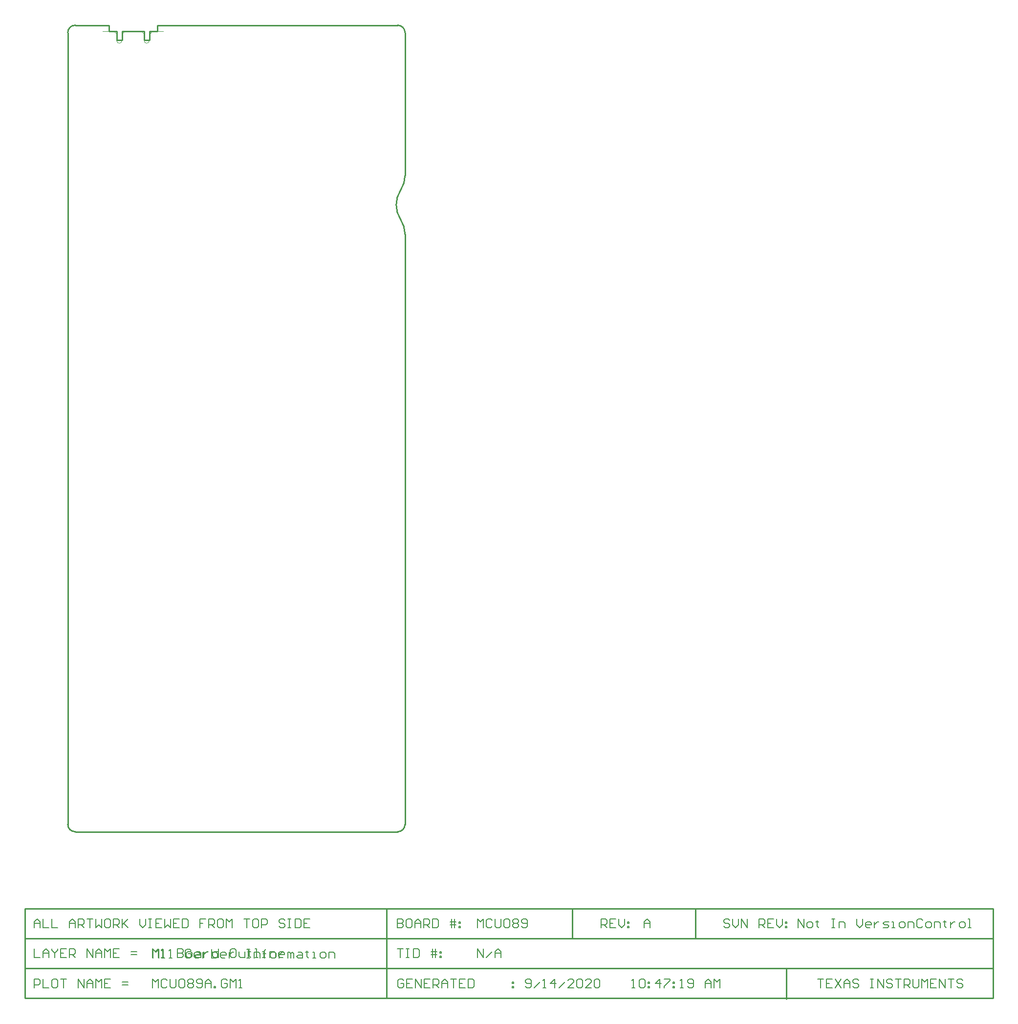
<source format=gm1>
G04*
G04 #@! TF.GenerationSoftware,Altium Limited,Altium Designer,20.1.14 (287)*
G04*
G04 Layer_Color=11296232*
%FSAX25Y25*%
%MOIN*%
G70*
G04*
G04 #@! TF.SameCoordinates,8DC34975-1D0C-4FB0-AB39-1F5E8F216BA0*
G04*
G04*
G04 #@! TF.FilePolarity,Positive*
G04*
G01*
G75*
%ADD13C,0.01000*%
%ADD19C,0.00394*%
%ADD22C,0.00800*%
G54D13*
X0296200Y0590900D02*
G03*
X0299200Y0600900I-0015167J0010000D01*
G01*
X0074200Y0703400D02*
G03*
X0069200Y0698400I0000000J-0005000D01*
G01*
X0299200D02*
G03*
X0294200Y0703400I-0005000J0000000D01*
G01*
X0299200Y0560900D02*
G03*
X0296200Y0570900I-0018167J0000000D01*
G01*
Y0590900D02*
G03*
X0296200Y0570900I0015167J-0010000D01*
G01*
X0069200Y0158400D02*
G03*
X0074200Y0153400I0005000J0000000D01*
G01*
X0294200D02*
G03*
X0299200Y0158400I0000000J0005000D01*
G01*
X0074200Y0703400D02*
X0097200D01*
X0130200Y0699400D02*
Y0703400D01*
X0124900Y0699400D02*
X0130200D01*
X0124900Y0693400D02*
Y0699400D01*
X0121200Y0693400D02*
X0124900D01*
X0121200D02*
Y0699400D01*
X0106200D02*
X0121200D01*
X0106200Y0693400D02*
Y0699400D01*
X0102500Y0693400D02*
X0106200D01*
X0097200Y0699400D02*
X0102500D01*
Y0693400D02*
Y0699400D01*
X0097200D02*
Y0703400D01*
X0130200D02*
X0294200D01*
X0299200Y0158400D02*
Y0560900D01*
Y0600900D02*
Y0698400D01*
X0069200Y0158400D02*
Y0698400D01*
X0074200Y0153400D02*
X0294200D01*
X0559400Y0039400D02*
Y0059683D01*
X0440500Y0040050D02*
X0700200D01*
Y0101050D01*
X0286500Y0040050D02*
Y0101050D01*
X0040000Y0040050D02*
Y0101050D01*
X0040050Y0040050D02*
X0197600D01*
X0040050D02*
Y0101050D01*
X0700200D01*
X0040000Y0040050D02*
X0440500D01*
X0040000Y0060383D02*
X0700000D01*
X0040000Y0080717D02*
X0700200D01*
X0413200D02*
Y0101050D01*
X0497200Y0080717D02*
Y0101050D01*
G54D19*
X0121279Y0692904D02*
G03*
X0124822Y0692904I0001772J0000000D01*
G01*
X0102578D02*
G03*
X0106121Y0692904I0001772J0000000D01*
G01*
X0108188Y0699400D02*
X0119212D01*
X0121279Y0692904D02*
Y0697432D01*
X0124822Y0692904D02*
Y0697432D01*
X0126791Y0699400D02*
X0134369D01*
X0106121Y0692904D02*
Y0697432D01*
X0102578Y0692904D02*
Y0697432D01*
X0093031Y0699400D02*
X0100610D01*
X0119212D02*
X0119310D01*
X0121279Y0697432D01*
X0108090Y0699400D02*
X0108188D01*
X0106121Y0697432D02*
X0108090Y0699400D01*
X0100610D02*
X0102578Y0697432D01*
X0124822D02*
X0126791Y0699400D01*
G54D22*
X0126900Y0067551D02*
Y0073549D01*
X0128899Y0071549D01*
X0130899Y0073549D01*
Y0067551D01*
X0132898D02*
X0134897D01*
X0133898D01*
Y0073549D01*
X0132898Y0072549D01*
X0143895Y0073549D02*
Y0067551D01*
X0146894D01*
X0147893Y0068550D01*
Y0069550D01*
X0146894Y0070550D01*
X0143895D01*
X0146894D01*
X0147893Y0071549D01*
Y0072549D01*
X0146894Y0073549D01*
X0143895D01*
X0150892Y0067551D02*
X0152892D01*
X0153891Y0068550D01*
Y0070550D01*
X0152892Y0071549D01*
X0150892D01*
X0149893Y0070550D01*
Y0068550D01*
X0150892Y0067551D01*
X0156890Y0071549D02*
X0158890D01*
X0159889Y0070550D01*
Y0067551D01*
X0156890D01*
X0155891Y0068550D01*
X0156890Y0069550D01*
X0159889D01*
X0161889Y0071549D02*
Y0067551D01*
Y0069550D01*
X0162888Y0070550D01*
X0163888Y0071549D01*
X0164888D01*
X0171885Y0073549D02*
Y0067551D01*
X0168886D01*
X0167887Y0068550D01*
Y0070550D01*
X0168886Y0071549D01*
X0171885D01*
X0182882Y0073549D02*
X0180883D01*
X0179883Y0072549D01*
Y0068550D01*
X0180883Y0067551D01*
X0182882D01*
X0183882Y0068550D01*
Y0072549D01*
X0182882Y0073549D01*
X0185881Y0071549D02*
Y0068550D01*
X0186881Y0067551D01*
X0189880D01*
Y0071549D01*
X0192879Y0072549D02*
Y0071549D01*
X0191879D01*
X0193878D01*
X0192879D01*
Y0068550D01*
X0193878Y0067551D01*
X0196877D02*
X0198877D01*
X0197877D01*
Y0073549D01*
X0196877D01*
X0201876Y0067551D02*
X0203875D01*
X0202875D01*
Y0071549D01*
X0201876D01*
X0206874Y0067551D02*
Y0071549D01*
X0209873D01*
X0210873Y0070550D01*
Y0067551D01*
X0215871D02*
X0213872D01*
X0212872Y0068550D01*
Y0070550D01*
X0213872Y0071549D01*
X0215871D01*
X0216871Y0070550D01*
Y0069550D01*
X0212872D01*
X0127200Y0067400D02*
Y0073398D01*
X0129199Y0071399D01*
X0131199Y0073398D01*
Y0067400D01*
X0133198D02*
X0135197D01*
X0134198D01*
Y0073398D01*
X0133198Y0072398D01*
X0138196Y0067400D02*
X0140196D01*
X0139196D01*
Y0073398D01*
X0138196Y0072398D01*
X0153192D02*
X0152192Y0073398D01*
X0150193D01*
X0149193Y0072398D01*
Y0068400D01*
X0150193Y0067400D01*
X0152192D01*
X0153192Y0068400D01*
Y0070399D01*
X0151192D01*
X0158190Y0067400D02*
X0156191D01*
X0155191Y0068400D01*
Y0070399D01*
X0156191Y0071399D01*
X0158190D01*
X0159190Y0070399D01*
Y0069399D01*
X0155191D01*
X0161189Y0071399D02*
Y0067400D01*
Y0069399D01*
X0162189Y0070399D01*
X0163188Y0071399D01*
X0164188D01*
X0167187Y0073398D02*
Y0067400D01*
X0170186D01*
X0171186Y0068400D01*
Y0069399D01*
Y0070399D01*
X0170186Y0071399D01*
X0167187D01*
X0176184Y0067400D02*
X0174185D01*
X0173185Y0068400D01*
Y0070399D01*
X0174185Y0071399D01*
X0176184D01*
X0177184Y0070399D01*
Y0069399D01*
X0173185D01*
X0179183Y0071399D02*
Y0067400D01*
Y0069399D01*
X0180183Y0070399D01*
X0181183Y0071399D01*
X0182182D01*
X0191179Y0073398D02*
X0193179D01*
X0192179D01*
Y0067400D01*
X0191179D01*
X0193179D01*
X0196178D02*
Y0071399D01*
X0199177D01*
X0200176Y0070399D01*
Y0067400D01*
X0203175D02*
Y0072398D01*
Y0070399D01*
X0202176D01*
X0204175D01*
X0203175D01*
Y0072398D01*
X0204175Y0073398D01*
X0208174Y0067400D02*
X0210173D01*
X0211173Y0068400D01*
Y0070399D01*
X0210173Y0071399D01*
X0208174D01*
X0207174Y0070399D01*
Y0068400D01*
X0208174Y0067400D01*
X0213172Y0071399D02*
Y0067400D01*
Y0069399D01*
X0214172Y0070399D01*
X0215172Y0071399D01*
X0216171D01*
X0219170Y0067400D02*
Y0071399D01*
X0220170D01*
X0221170Y0070399D01*
Y0067400D01*
Y0070399D01*
X0222169Y0071399D01*
X0223169Y0070399D01*
Y0067400D01*
X0226168Y0071399D02*
X0228167D01*
X0229167Y0070399D01*
Y0067400D01*
X0226168D01*
X0225168Y0068400D01*
X0226168Y0069399D01*
X0229167D01*
X0232166Y0072398D02*
Y0071399D01*
X0231166D01*
X0233166D01*
X0232166D01*
Y0068400D01*
X0233166Y0067400D01*
X0236165D02*
X0238164D01*
X0237164D01*
Y0071399D01*
X0236165D01*
X0242163Y0067400D02*
X0244162D01*
X0245162Y0068400D01*
Y0070399D01*
X0244162Y0071399D01*
X0242163D01*
X0241163Y0070399D01*
Y0068400D01*
X0242163Y0067400D01*
X0247161D02*
Y0071399D01*
X0250160D01*
X0251160Y0070399D01*
Y0067400D01*
X0348550Y0067500D02*
Y0073498D01*
X0352549Y0067500D01*
Y0073498D01*
X0354548Y0067500D02*
X0358547Y0071499D01*
X0360546Y0067500D02*
Y0071499D01*
X0362545Y0073498D01*
X0364545Y0071499D01*
Y0067500D01*
Y0070499D01*
X0360546D01*
X0294000Y0073498D02*
X0297999D01*
X0295999D01*
Y0067500D01*
X0299998Y0073498D02*
X0301997D01*
X0300998D01*
Y0067500D01*
X0299998D01*
X0301997D01*
X0304996Y0073498D02*
Y0067500D01*
X0307996D01*
X0308995Y0068500D01*
Y0072498D01*
X0307996Y0073498D01*
X0304996D01*
X0317992Y0067500D02*
Y0073498D01*
X0319992D02*
Y0067500D01*
X0316993Y0071499D02*
X0319992D01*
X0320991D01*
X0316993Y0069499D02*
X0320991D01*
X0322991Y0071499D02*
X0323990D01*
Y0070499D01*
X0322991D01*
Y0071499D01*
Y0068500D02*
X0323990D01*
Y0067500D01*
X0322991D01*
Y0068500D01*
X0580500Y0052965D02*
X0584499D01*
X0582499D01*
Y0046966D01*
X0590497Y0052965D02*
X0586498D01*
Y0046966D01*
X0590497D01*
X0586498Y0049966D02*
X0588497D01*
X0592496Y0052965D02*
X0596495Y0046966D01*
Y0052965D02*
X0592496Y0046966D01*
X0598494D02*
Y0050965D01*
X0600493Y0052965D01*
X0602493Y0050965D01*
Y0046966D01*
Y0049966D01*
X0598494D01*
X0608491Y0051965D02*
X0607491Y0052965D01*
X0605492D01*
X0604492Y0051965D01*
Y0050965D01*
X0605492Y0049966D01*
X0607491D01*
X0608491Y0048966D01*
Y0047966D01*
X0607491Y0046966D01*
X0605492D01*
X0604492Y0047966D01*
X0616488Y0052965D02*
X0618488D01*
X0617488D01*
Y0046966D01*
X0616488D01*
X0618488D01*
X0621487D02*
Y0052965D01*
X0625486Y0046966D01*
Y0052965D01*
X0631484Y0051965D02*
X0630484Y0052965D01*
X0628484D01*
X0627485Y0051965D01*
Y0050965D01*
X0628484Y0049966D01*
X0630484D01*
X0631484Y0048966D01*
Y0047966D01*
X0630484Y0046966D01*
X0628484D01*
X0627485Y0047966D01*
X0633483Y0052965D02*
X0637482D01*
X0635482D01*
Y0046966D01*
X0639481D02*
Y0052965D01*
X0642480D01*
X0643480Y0051965D01*
Y0049966D01*
X0642480Y0048966D01*
X0639481D01*
X0641480D02*
X0643480Y0046966D01*
X0645479Y0052965D02*
Y0047966D01*
X0646479Y0046966D01*
X0648478D01*
X0649478Y0047966D01*
Y0052965D01*
X0651477Y0046966D02*
Y0052965D01*
X0653476Y0050965D01*
X0655476Y0052965D01*
Y0046966D01*
X0661474Y0052965D02*
X0657475D01*
Y0046966D01*
X0661474D01*
X0657475Y0049966D02*
X0659474D01*
X0663473Y0046966D02*
Y0052965D01*
X0667472Y0046966D01*
Y0052965D01*
X0669471D02*
X0673470D01*
X0671471D01*
Y0046966D01*
X0679468Y0051965D02*
X0678468Y0052965D01*
X0676469D01*
X0675469Y0051965D01*
Y0050965D01*
X0676469Y0049966D01*
X0678468D01*
X0679468Y0048966D01*
Y0047966D01*
X0678468Y0046966D01*
X0676469D01*
X0675469Y0047966D01*
X0454050Y0046966D02*
X0456049D01*
X0455050D01*
Y0052965D01*
X0454050Y0051965D01*
X0459048D02*
X0460048Y0052965D01*
X0462047D01*
X0463047Y0051965D01*
Y0047966D01*
X0462047Y0046966D01*
X0460048D01*
X0459048Y0047966D01*
Y0051965D01*
X0465046Y0050965D02*
X0466046D01*
Y0049966D01*
X0465046D01*
Y0050965D01*
Y0047966D02*
X0466046D01*
Y0046966D01*
X0465046D01*
Y0047966D01*
X0473044Y0046966D02*
Y0052965D01*
X0470045Y0049966D01*
X0474044D01*
X0476043Y0052965D02*
X0480042D01*
Y0051965D01*
X0476043Y0047966D01*
Y0046966D01*
X0482041Y0050965D02*
X0483041D01*
Y0049966D01*
X0482041D01*
Y0050965D01*
Y0047966D02*
X0483041D01*
Y0046966D01*
X0482041D01*
Y0047966D01*
X0487039Y0046966D02*
X0489039D01*
X0488039D01*
Y0052965D01*
X0487039Y0051965D01*
X0492038Y0047966D02*
X0493037Y0046966D01*
X0495037D01*
X0496036Y0047966D01*
Y0051965D01*
X0495037Y0052965D01*
X0493037D01*
X0492038Y0051965D01*
Y0050965D01*
X0493037Y0049966D01*
X0496036D01*
X0504034Y0046966D02*
Y0050965D01*
X0506033Y0052965D01*
X0508033Y0050965D01*
Y0046966D01*
Y0049966D01*
X0504034D01*
X0510032Y0046966D02*
Y0052965D01*
X0512031Y0050965D01*
X0514031Y0052965D01*
Y0046966D01*
X0046350D02*
Y0052965D01*
X0049349D01*
X0050349Y0051965D01*
Y0049966D01*
X0049349Y0048966D01*
X0046350D01*
X0052348Y0052965D02*
Y0046966D01*
X0056347D01*
X0061345Y0052965D02*
X0059346D01*
X0058346Y0051965D01*
Y0047966D01*
X0059346Y0046966D01*
X0061345D01*
X0062345Y0047966D01*
Y0051965D01*
X0061345Y0052965D01*
X0064344D02*
X0068343D01*
X0066343D01*
Y0046966D01*
X0076340D02*
Y0052965D01*
X0080339Y0046966D01*
Y0052965D01*
X0082338Y0046966D02*
Y0050965D01*
X0084338Y0052965D01*
X0086337Y0050965D01*
Y0046966D01*
Y0049966D01*
X0082338D01*
X0088336Y0046966D02*
Y0052965D01*
X0090336Y0050965D01*
X0092335Y0052965D01*
Y0046966D01*
X0098333Y0052965D02*
X0094335D01*
Y0046966D01*
X0098333D01*
X0094335Y0049966D02*
X0096334D01*
X0106331Y0048966D02*
X0110329D01*
X0106331Y0050965D02*
X0110329D01*
X0046350Y0073549D02*
Y0067551D01*
X0050349D01*
X0052348D02*
Y0071549D01*
X0054347Y0073549D01*
X0056347Y0071549D01*
Y0067551D01*
Y0070550D01*
X0052348D01*
X0058346Y0073549D02*
Y0072549D01*
X0060346Y0070550D01*
X0062345Y0072549D01*
Y0073549D01*
X0060346Y0070550D02*
Y0067551D01*
X0068343Y0073549D02*
X0064344D01*
Y0067551D01*
X0068343D01*
X0064344Y0070550D02*
X0066343D01*
X0070342Y0067551D02*
Y0073549D01*
X0073341D01*
X0074341Y0072549D01*
Y0070550D01*
X0073341Y0069550D01*
X0070342D01*
X0072342D02*
X0074341Y0067551D01*
X0082338D02*
Y0073549D01*
X0086337Y0067551D01*
Y0073549D01*
X0088336Y0067551D02*
Y0071549D01*
X0090336Y0073549D01*
X0092335Y0071549D01*
Y0067551D01*
Y0070550D01*
X0088336D01*
X0094335Y0067551D02*
Y0073549D01*
X0096334Y0071549D01*
X0098333Y0073549D01*
Y0067551D01*
X0104331Y0073549D02*
X0100332D01*
Y0067551D01*
X0104331D01*
X0100332Y0070550D02*
X0102332D01*
X0112329Y0069550D02*
X0116327D01*
X0112329Y0071549D02*
X0116327D01*
X0294000Y0093831D02*
Y0087833D01*
X0296999D01*
X0297999Y0088833D01*
Y0089833D01*
X0296999Y0090832D01*
X0294000D01*
X0296999D01*
X0297999Y0091832D01*
Y0092832D01*
X0296999Y0093831D01*
X0294000D01*
X0302997D02*
X0300998D01*
X0299998Y0092832D01*
Y0088833D01*
X0300998Y0087833D01*
X0302997D01*
X0303997Y0088833D01*
Y0092832D01*
X0302997Y0093831D01*
X0305996Y0087833D02*
Y0091832D01*
X0307996Y0093831D01*
X0309995Y0091832D01*
Y0087833D01*
Y0090832D01*
X0305996D01*
X0311994Y0087833D02*
Y0093831D01*
X0314993D01*
X0315993Y0092832D01*
Y0090832D01*
X0314993Y0089833D01*
X0311994D01*
X0313994D02*
X0315993Y0087833D01*
X0317992Y0093831D02*
Y0087833D01*
X0320991D01*
X0321991Y0088833D01*
Y0092832D01*
X0320991Y0093831D01*
X0317992D01*
X0330988Y0087833D02*
Y0093831D01*
X0332987D02*
Y0087833D01*
X0329988Y0091832D02*
X0332987D01*
X0333987D01*
X0329988Y0089833D02*
X0333987D01*
X0335986Y0091832D02*
X0336986D01*
Y0090832D01*
X0335986D01*
Y0091832D01*
Y0088833D02*
X0336986D01*
Y0087833D01*
X0335986D01*
Y0088833D01*
X0348550Y0087833D02*
Y0093831D01*
X0350549Y0091832D01*
X0352549Y0093831D01*
Y0087833D01*
X0358547Y0092832D02*
X0357547Y0093831D01*
X0355548D01*
X0354548Y0092832D01*
Y0088833D01*
X0355548Y0087833D01*
X0357547D01*
X0358547Y0088833D01*
X0360546Y0093831D02*
Y0088833D01*
X0361546Y0087833D01*
X0363545D01*
X0364545Y0088833D01*
Y0093831D01*
X0366544Y0092832D02*
X0367544Y0093831D01*
X0369543D01*
X0370543Y0092832D01*
Y0088833D01*
X0369543Y0087833D01*
X0367544D01*
X0366544Y0088833D01*
Y0092832D01*
X0372542D02*
X0373542Y0093831D01*
X0375541D01*
X0376541Y0092832D01*
Y0091832D01*
X0375541Y0090832D01*
X0376541Y0089833D01*
Y0088833D01*
X0375541Y0087833D01*
X0373542D01*
X0372542Y0088833D01*
Y0089833D01*
X0373542Y0090832D01*
X0372542Y0091832D01*
Y0092832D01*
X0373542Y0090832D02*
X0375541D01*
X0378540Y0088833D02*
X0379540Y0087833D01*
X0381539D01*
X0382539Y0088833D01*
Y0092832D01*
X0381539Y0093831D01*
X0379540D01*
X0378540Y0092832D01*
Y0091832D01*
X0379540Y0090832D01*
X0382539D01*
X0462150Y0087833D02*
Y0091832D01*
X0464149Y0093831D01*
X0466149Y0091832D01*
Y0087833D01*
Y0090832D01*
X0462150D01*
X0046350Y0087833D02*
Y0091832D01*
X0048349Y0093831D01*
X0050349Y0091832D01*
Y0087833D01*
Y0090832D01*
X0046350D01*
X0052348Y0093831D02*
Y0087833D01*
X0056347D01*
X0058346Y0093831D02*
Y0087833D01*
X0062345D01*
X0070342D02*
Y0091832D01*
X0072342Y0093831D01*
X0074341Y0091832D01*
Y0087833D01*
Y0090832D01*
X0070342D01*
X0076340Y0087833D02*
Y0093831D01*
X0079339D01*
X0080339Y0092832D01*
Y0090832D01*
X0079339Y0089833D01*
X0076340D01*
X0078340D02*
X0080339Y0087833D01*
X0082338Y0093831D02*
X0086337D01*
X0084338D01*
Y0087833D01*
X0088336Y0093831D02*
Y0087833D01*
X0090336Y0089833D01*
X0092335Y0087833D01*
Y0093831D01*
X0097334D02*
X0095334D01*
X0094335Y0092832D01*
Y0088833D01*
X0095334Y0087833D01*
X0097334D01*
X0098333Y0088833D01*
Y0092832D01*
X0097334Y0093831D01*
X0100332Y0087833D02*
Y0093831D01*
X0103332D01*
X0104331Y0092832D01*
Y0090832D01*
X0103332Y0089833D01*
X0100332D01*
X0102332D02*
X0104331Y0087833D01*
X0106331Y0093831D02*
Y0087833D01*
Y0089833D01*
X0110329Y0093831D01*
X0107330Y0090832D01*
X0110329Y0087833D01*
X0118327Y0093831D02*
Y0089833D01*
X0120326Y0087833D01*
X0122325Y0089833D01*
Y0093831D01*
X0124325D02*
X0126324D01*
X0125324D01*
Y0087833D01*
X0124325D01*
X0126324D01*
X0133322Y0093831D02*
X0129323D01*
Y0087833D01*
X0133322D01*
X0129323Y0090832D02*
X0131323D01*
X0135321Y0093831D02*
Y0087833D01*
X0137321Y0089833D01*
X0139320Y0087833D01*
Y0093831D01*
X0145318D02*
X0141319D01*
Y0087833D01*
X0145318D01*
X0141319Y0090832D02*
X0143319D01*
X0147317Y0093831D02*
Y0087833D01*
X0150316D01*
X0151316Y0088833D01*
Y0092832D01*
X0150316Y0093831D01*
X0147317D01*
X0163312D02*
X0159313D01*
Y0090832D01*
X0161313D01*
X0159313D01*
Y0087833D01*
X0165312D02*
Y0093831D01*
X0168310D01*
X0169310Y0092832D01*
Y0090832D01*
X0168310Y0089833D01*
X0165312D01*
X0167311D02*
X0169310Y0087833D01*
X0174309Y0093831D02*
X0172309D01*
X0171310Y0092832D01*
Y0088833D01*
X0172309Y0087833D01*
X0174309D01*
X0175308Y0088833D01*
Y0092832D01*
X0174309Y0093831D01*
X0177308Y0087833D02*
Y0093831D01*
X0179307Y0091832D01*
X0181306Y0093831D01*
Y0087833D01*
X0189304Y0093831D02*
X0193303D01*
X0191303D01*
Y0087833D01*
X0198301Y0093831D02*
X0196301D01*
X0195302Y0092832D01*
Y0088833D01*
X0196301Y0087833D01*
X0198301D01*
X0199301Y0088833D01*
Y0092832D01*
X0198301Y0093831D01*
X0201300Y0087833D02*
Y0093831D01*
X0204299D01*
X0205299Y0092832D01*
Y0090832D01*
X0204299Y0089833D01*
X0201300D01*
X0217295Y0092832D02*
X0216295Y0093831D01*
X0214296D01*
X0213296Y0092832D01*
Y0091832D01*
X0214296Y0090832D01*
X0216295D01*
X0217295Y0089833D01*
Y0088833D01*
X0216295Y0087833D01*
X0214296D01*
X0213296Y0088833D01*
X0219294Y0093831D02*
X0221293D01*
X0220294D01*
Y0087833D01*
X0219294D01*
X0221293D01*
X0224292Y0093831D02*
Y0087833D01*
X0227291D01*
X0228291Y0088833D01*
Y0092832D01*
X0227291Y0093831D01*
X0224292D01*
X0234289D02*
X0230291D01*
Y0087833D01*
X0234289D01*
X0230291Y0090832D02*
X0232290D01*
X0298199Y0051965D02*
X0297199Y0052965D01*
X0295200D01*
X0294200Y0051965D01*
Y0047966D01*
X0295200Y0046966D01*
X0297199D01*
X0298199Y0047966D01*
Y0049966D01*
X0296199D01*
X0304197Y0052965D02*
X0300198D01*
Y0046966D01*
X0304197D01*
X0300198Y0049966D02*
X0302197D01*
X0306196Y0046966D02*
Y0052965D01*
X0310195Y0046966D01*
Y0052965D01*
X0316193D02*
X0312194D01*
Y0046966D01*
X0316193D01*
X0312194Y0049966D02*
X0314194D01*
X0318192Y0046966D02*
Y0052965D01*
X0321191D01*
X0322191Y0051965D01*
Y0049966D01*
X0321191Y0048966D01*
X0318192D01*
X0320192D02*
X0322191Y0046966D01*
X0324190D02*
Y0050965D01*
X0326190Y0052965D01*
X0328189Y0050965D01*
Y0046966D01*
Y0049966D01*
X0324190D01*
X0330188Y0052965D02*
X0334187D01*
X0332188D01*
Y0046966D01*
X0340185Y0052965D02*
X0336186D01*
Y0046966D01*
X0340185D01*
X0336186Y0049966D02*
X0338186D01*
X0342184Y0052965D02*
Y0046966D01*
X0345183D01*
X0346183Y0047966D01*
Y0051965D01*
X0345183Y0052965D01*
X0342184D01*
X0372175Y0050965D02*
X0373175D01*
Y0049966D01*
X0372175D01*
Y0050965D01*
Y0047966D02*
X0373175D01*
Y0046966D01*
X0372175D01*
Y0047966D01*
X0381150D02*
X0382150Y0046966D01*
X0384149D01*
X0385149Y0047966D01*
Y0051965D01*
X0384149Y0052965D01*
X0382150D01*
X0381150Y0051965D01*
Y0050965D01*
X0382150Y0049966D01*
X0385149D01*
X0387148Y0046966D02*
X0391147Y0050965D01*
X0393146Y0046966D02*
X0395146D01*
X0394146D01*
Y0052965D01*
X0393146Y0051965D01*
X0401144Y0046966D02*
Y0052965D01*
X0398145Y0049966D01*
X0402143D01*
X0404143Y0046966D02*
X0408141Y0050965D01*
X0414139Y0046966D02*
X0410141D01*
X0414139Y0050965D01*
Y0051965D01*
X0413140Y0052965D01*
X0411140D01*
X0410141Y0051965D01*
X0416139D02*
X0417138Y0052965D01*
X0419138D01*
X0420137Y0051965D01*
Y0047966D01*
X0419138Y0046966D01*
X0417138D01*
X0416139Y0047966D01*
Y0051965D01*
X0426135Y0046966D02*
X0422137D01*
X0426135Y0050965D01*
Y0051965D01*
X0425136Y0052965D01*
X0423136D01*
X0422137Y0051965D01*
X0428135D02*
X0429135Y0052965D01*
X0431134D01*
X0432133Y0051965D01*
Y0047966D01*
X0431134Y0046966D01*
X0429135D01*
X0428135Y0047966D01*
Y0051965D01*
X0126900Y0046966D02*
Y0052965D01*
X0128899Y0050965D01*
X0130899Y0052965D01*
Y0046966D01*
X0136897Y0051965D02*
X0135897Y0052965D01*
X0133898D01*
X0132898Y0051965D01*
Y0047966D01*
X0133898Y0046966D01*
X0135897D01*
X0136897Y0047966D01*
X0138896Y0052965D02*
Y0047966D01*
X0139896Y0046966D01*
X0141895D01*
X0142895Y0047966D01*
Y0052965D01*
X0144894Y0051965D02*
X0145894Y0052965D01*
X0147893D01*
X0148893Y0051965D01*
Y0047966D01*
X0147893Y0046966D01*
X0145894D01*
X0144894Y0047966D01*
Y0051965D01*
X0150892D02*
X0151892Y0052965D01*
X0153891D01*
X0154891Y0051965D01*
Y0050965D01*
X0153891Y0049966D01*
X0154891Y0048966D01*
Y0047966D01*
X0153891Y0046966D01*
X0151892D01*
X0150892Y0047966D01*
Y0048966D01*
X0151892Y0049966D01*
X0150892Y0050965D01*
Y0051965D01*
X0151892Y0049966D02*
X0153891D01*
X0156890Y0047966D02*
X0157890Y0046966D01*
X0159889D01*
X0160889Y0047966D01*
Y0051965D01*
X0159889Y0052965D01*
X0157890D01*
X0156890Y0051965D01*
Y0050965D01*
X0157890Y0049966D01*
X0160889D01*
X0162888Y0046966D02*
Y0050965D01*
X0164888Y0052965D01*
X0166887Y0050965D01*
Y0046966D01*
Y0049966D01*
X0162888D01*
X0168886Y0046966D02*
Y0047966D01*
X0169886D01*
Y0046966D01*
X0168886D01*
X0177884Y0051965D02*
X0176884Y0052965D01*
X0174884D01*
X0173885Y0051965D01*
Y0047966D01*
X0174884Y0046966D01*
X0176884D01*
X0177884Y0047966D01*
Y0049966D01*
X0175884D01*
X0179883Y0046966D02*
Y0052965D01*
X0181882Y0050965D01*
X0183882Y0052965D01*
Y0046966D01*
X0185881D02*
X0187880D01*
X0186881D01*
Y0052965D01*
X0185881Y0051965D01*
X0433000Y0087833D02*
Y0093831D01*
X0435999D01*
X0436999Y0092832D01*
Y0090832D01*
X0435999Y0089833D01*
X0433000D01*
X0434999D02*
X0436999Y0087833D01*
X0442997Y0093831D02*
X0438998D01*
Y0087833D01*
X0442997D01*
X0438998Y0090832D02*
X0440997D01*
X0444996Y0093831D02*
Y0089833D01*
X0446995Y0087833D01*
X0448995Y0089833D01*
Y0093831D01*
X0450994Y0091832D02*
X0451994D01*
Y0090832D01*
X0450994D01*
Y0091832D01*
Y0088833D02*
X0451994D01*
Y0087833D01*
X0450994D01*
Y0088833D01*
X0520799Y0092832D02*
X0519799Y0093831D01*
X0517800D01*
X0516800Y0092832D01*
Y0091832D01*
X0517800Y0090832D01*
X0519799D01*
X0520799Y0089833D01*
Y0088833D01*
X0519799Y0087833D01*
X0517800D01*
X0516800Y0088833D01*
X0522798Y0093831D02*
Y0089833D01*
X0524797Y0087833D01*
X0526797Y0089833D01*
Y0093831D01*
X0528796Y0087833D02*
Y0093831D01*
X0532795Y0087833D01*
Y0093831D01*
X0540792Y0087833D02*
Y0093831D01*
X0543791D01*
X0544791Y0092832D01*
Y0090832D01*
X0543791Y0089833D01*
X0540792D01*
X0542792D02*
X0544791Y0087833D01*
X0550789Y0093831D02*
X0546790D01*
Y0087833D01*
X0550789D01*
X0546790Y0090832D02*
X0548790D01*
X0552788Y0093831D02*
Y0089833D01*
X0554788Y0087833D01*
X0556787Y0089833D01*
Y0093831D01*
X0558786Y0091832D02*
X0559786D01*
Y0090832D01*
X0558786D01*
Y0091832D01*
Y0088833D02*
X0559786D01*
Y0087833D01*
X0558786D01*
Y0088833D01*
X0567400Y0087833D02*
Y0093831D01*
X0571399Y0087833D01*
Y0093831D01*
X0574398Y0087833D02*
X0576397D01*
X0577397Y0088833D01*
Y0090832D01*
X0576397Y0091832D01*
X0574398D01*
X0573398Y0090832D01*
Y0088833D01*
X0574398Y0087833D01*
X0580396Y0092832D02*
Y0091832D01*
X0579396D01*
X0581395D01*
X0580396D01*
Y0088833D01*
X0581395Y0087833D01*
X0590393Y0093831D02*
X0592392D01*
X0591392D01*
Y0087833D01*
X0590393D01*
X0592392D01*
X0595391D02*
Y0091832D01*
X0598390D01*
X0599390Y0090832D01*
Y0087833D01*
X0607387Y0093831D02*
Y0089833D01*
X0609386Y0087833D01*
X0611386Y0089833D01*
Y0093831D01*
X0616384Y0087833D02*
X0614385D01*
X0613385Y0088833D01*
Y0090832D01*
X0614385Y0091832D01*
X0616384D01*
X0617384Y0090832D01*
Y0089833D01*
X0613385D01*
X0619383Y0091832D02*
Y0087833D01*
Y0089833D01*
X0620383Y0090832D01*
X0621383Y0091832D01*
X0622382D01*
X0625381Y0087833D02*
X0628380D01*
X0629380Y0088833D01*
X0628380Y0089833D01*
X0626381D01*
X0625381Y0090832D01*
X0626381Y0091832D01*
X0629380D01*
X0631379Y0087833D02*
X0633379D01*
X0632379D01*
Y0091832D01*
X0631379D01*
X0637377Y0087833D02*
X0639377D01*
X0640376Y0088833D01*
Y0090832D01*
X0639377Y0091832D01*
X0637377D01*
X0636378Y0090832D01*
Y0088833D01*
X0637377Y0087833D01*
X0642376D02*
Y0091832D01*
X0645375D01*
X0646374Y0090832D01*
Y0087833D01*
X0652373Y0092832D02*
X0651373Y0093831D01*
X0649373D01*
X0648374Y0092832D01*
Y0088833D01*
X0649373Y0087833D01*
X0651373D01*
X0652373Y0088833D01*
X0655372Y0087833D02*
X0657371D01*
X0658371Y0088833D01*
Y0090832D01*
X0657371Y0091832D01*
X0655372D01*
X0654372Y0090832D01*
Y0088833D01*
X0655372Y0087833D01*
X0660370D02*
Y0091832D01*
X0663369D01*
X0664369Y0090832D01*
Y0087833D01*
X0667368Y0092832D02*
Y0091832D01*
X0666368D01*
X0668367D01*
X0667368D01*
Y0088833D01*
X0668367Y0087833D01*
X0671366Y0091832D02*
Y0087833D01*
Y0089833D01*
X0672366Y0090832D01*
X0673366Y0091832D01*
X0674365D01*
X0678364Y0087833D02*
X0680364D01*
X0681363Y0088833D01*
Y0090832D01*
X0680364Y0091832D01*
X0678364D01*
X0677364Y0090832D01*
Y0088833D01*
X0678364Y0087833D01*
X0683362D02*
X0685362D01*
X0684362D01*
Y0093831D01*
X0683362D01*
M02*

</source>
